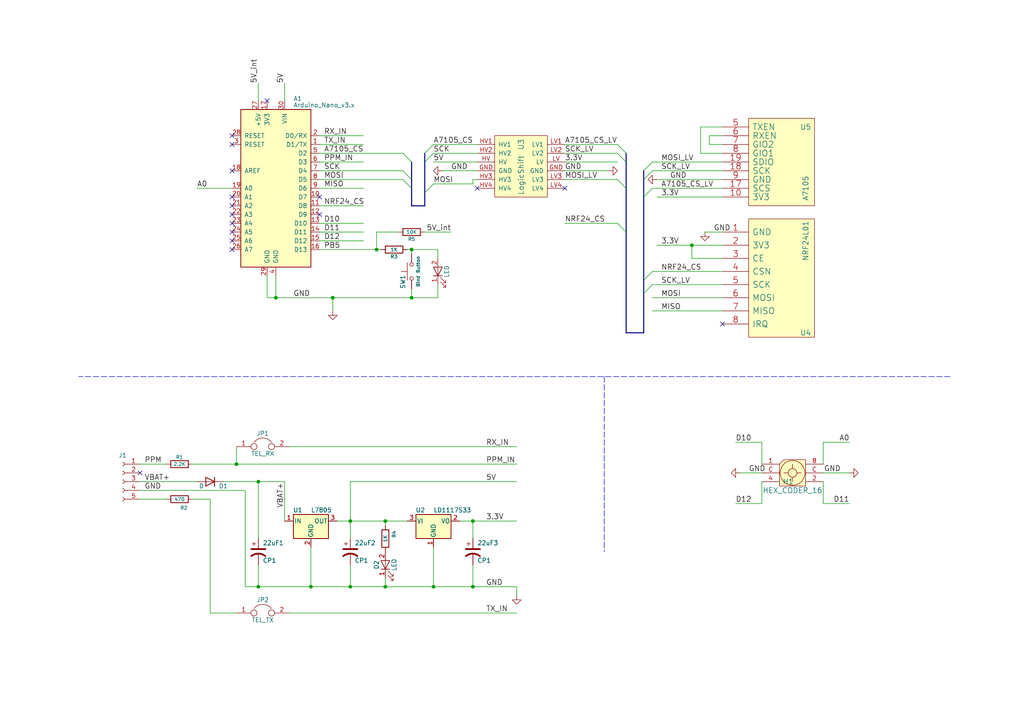
<source format=kicad_sch>
(kicad_sch (version 20211123) (generator eeschema)
  (paper "A4")
  (title_block (title "TheONETXModule") (date "2018-08-29") (rev "0.35") (company "wir-sind-die-matrix.de"))
  (lib_symbols
    (symbol "Device:D" (pin_numbers hide) (pin_names (offset 1.016) hide)
      (property "Reference" "D" (at 0 2.54 0))
      (property "Value" "D" (at 0 -2.54 0))
      (symbol "D_0_1"
        (polyline (pts (xy -1.27 1.27) (xy -1.27 -1.27)) (stroke (width 0.254)))
        (polyline (pts (xy 1.27 0) (xy -1.27 0)))
        (polyline (pts (xy 1.27 1.27) (xy 1.27 -1.27) (xy -1.27 0) (xy 1.27 1.27)) (stroke (width 0.254)))
      )
      (symbol "D_1_1"
        (pin passive line (at -3.81 0 0) (length 2.54) (name "K") (number "1"))
        (pin passive line (at 3.81 0 180) (length 2.54) (name "A") (number "2"))
      )
    )
    (symbol "TheONETXModule-rescue:A7105" (pin_names (offset 1.016))
      (property "Reference" "U" (at 7.62 -11.43 0))
      (property "Value" "A7105" (at 5.08 8.89 0))
      (symbol "A7105_0_1"
        (rectangle (start 10.16 -13.97) (end -8.89 11.43) (fill (type background)))
      )
      (symbol "A7105_1_1"
        (pin input line (at -16.51 8.89 0) (length 7.62) (name "3V3") (number "10"))
        (pin input line (at -16.51 6.35 0) (length 7.62) (name "SCS") (number "17"))
        (pin input line (at -16.51 1.27 0) (length 7.62) (name "SCK") (number "18"))
        (pin input line (at -16.51 -1.27 0) (length 7.62) (name "SDIO") (number "19"))
        (pin output line (at -16.51 -11.43 0) (length 7.62) (name "TXEN") (number "5"))
        (pin input line (at -16.51 -8.89 0) (length 7.62) (name "RXEN") (number "6"))
        (pin output line (at -16.51 -6.35 0) (length 7.62) (name "GIO2") (number "7"))
        (pin input line (at -16.51 -3.81 0) (length 7.62) (name "GIO1") (number "8"))
        (pin input line (at -16.51 3.81 0) (length 7.62) (name "GND") (number "9"))
      )
    )
    (symbol "TheONETXModule-rescue:Arduino_Nano_v3.x-modules" (pin_names (offset 1.016))
      (property "Reference" "A" (at -5.08 26.035 0))
      (property "Value" "Arduino_Nano_v3.x-modules" (at -5.08 24.13 0))
      (symbol "Arduino_Nano_v3.x-modules_0_1"
        (rectangle (start -10.16 22.86) (end 10.16 -22.86) (stroke (width 0.254)) (fill (type background)))
      )
      (symbol "Arduino_Nano_v3.x-modules_1_1"
        (pin bidirectional line (at -12.7 12.7 0) (length 2.54) (name "D1/TX") (number "1"))
        (pin bidirectional line (at -12.7 -2.54 0) (length 2.54) (name "D7") (number "10"))
        (pin bidirectional line (at -12.7 -5.08 0) (length 2.54) (name "D8") (number "11"))
        (pin bidirectional line (at -12.7 -7.62 0) (length 2.54) (name "D9") (number "12"))
        (pin bidirectional line (at -12.7 -10.16 0) (length 2.54) (name "D10") (number "13"))
        (pin bidirectional line (at -12.7 -12.7 0) (length 2.54) (name "D11") (number "14"))
        (pin bidirectional line (at -12.7 -15.24 0) (length 2.54) (name "D12") (number "15"))
        (pin bidirectional line (at -12.7 -17.78 0) (length 2.54) (name "D13") (number "16"))
        (pin power_out line (at 2.54 25.4 270) (length 2.54) (name "3V3") (number "17"))
        (pin input line (at 12.7 5.08 180) (length 2.54) (name "AREF") (number "18"))
        (pin bidirectional line (at 12.7 0 180) (length 2.54) (name "A0") (number "19"))
        (pin bidirectional line (at -12.7 15.24 0) (length 2.54) (name "D0/RX") (number "2"))
        (pin bidirectional line (at 12.7 -2.54 180) (length 2.54) (name "A1") (number "20"))
        (pin bidirectional line (at 12.7 -5.08 180) (length 2.54) (name "A2") (number "21"))
        (pin bidirectional line (at 12.7 -7.62 180) (length 2.54) (name "A3") (number "22"))
        (pin bidirectional line (at 12.7 -10.16 180) (length 2.54) (name "A4") (number "23"))
        (pin bidirectional line (at 12.7 -12.7 180) (length 2.54) (name "A5") (number "24"))
        (pin bidirectional line (at 12.7 -15.24 180) (length 2.54) (name "A6") (number "25"))
        (pin bidirectional line (at 12.7 -17.78 180) (length 2.54) (name "A7") (number "26"))
        (pin power_out line (at 5.08 25.4 270) (length 2.54) (name "+5V") (number "27"))
        (pin input line (at 12.7 15.24 180) (length 2.54) (name "RESET") (number "28"))
        (pin power_in line (at 2.54 -25.4 90) (length 2.54) (name "GND") (number "29"))
        (pin input line (at 12.7 12.7 180) (length 2.54) (name "RESET") (number "3"))
        (pin power_in line (at -2.54 25.4 270) (length 2.54) (name "VIN") (number "30"))
        (pin power_in line (at 0 -25.4 90) (length 2.54) (name "GND") (number "4"))
        (pin bidirectional line (at -12.7 10.16 0) (length 2.54) (name "D2") (number "5"))
        (pin bidirectional line (at -12.7 7.62 0) (length 2.54) (name "D3") (number "6"))
        (pin bidirectional line (at -12.7 5.08 0) (length 2.54) (name "D4") (number "7"))
        (pin bidirectional line (at -12.7 2.54 0) (length 2.54) (name "D5") (number "8"))
        (pin bidirectional line (at -12.7 0 0) (length 2.54) (name "D6") (number "9"))
      )
    )
    (symbol "TheONETXModule-rescue:CP1-RESCUE-TheONETXModule" (pin_numbers hide) (pin_names (offset 0.254) hide)
      (property "Reference" "C" (at 0.635 2.54 0))
      (property "Value" "CP1-RESCUE-TheONETXModule" (at 0.635 -2.54 0))
      (symbol "CP1-RESCUE-TheONETXModule_0_1"
        (polyline (pts (xy -2.032 0.762) (xy 2.032 0.762)) (stroke (width 0.508)))
        (polyline (pts (xy -1.778 2.286) (xy -0.762 2.286)))
        (polyline (pts (xy -1.27 1.778) (xy -1.27 2.794)))
        (arc (start 2.032 -1.27) (mid 0 -0.5572) (end -2.032 -1.27) (stroke (width 0.508)))
      )
      (symbol "CP1-RESCUE-TheONETXModule_1_1"
        (pin passive line (at 0 3.81 270) (length 2.794) (name "~") (number "1"))
        (pin passive line (at 0 -3.81 90) (length 3.302) (name "~") (number "2"))
      )
    )
    (symbol "TheONETXModule-rescue:GND-RESCUE-TheONETXModule" (power) (pin_names (offset 0))
      (symbol "GND-RESCUE-TheONETXModule_0_1"
        (polyline (pts (xy 0 0) (xy 0 -1.27) (xy 1.27 -1.27) (xy 0 -2.54) (xy -1.27 -1.27) (xy 0 -1.27)))
      )
      (symbol "GND-RESCUE-TheONETXModule_1_1"
        (pin power_in line (at 0 0 270) (length 0) hide (name "GND") (number "1"))
      )
    )
    (symbol "TheONETXModule-rescue:Jumper-Device" (pin_names (offset 0.762) hide)
      (property "Reference" "JP" (at 0 3.81 0))
      (property "Value" "Jumper-Device" (at 0 -2.032 0))
      (symbol "Jumper-Device_0_1"
        (circle (center -2.54 0) (radius 0.889))
        (arc (start 2.5146 1.27) (mid 0.0078 2.5097) (end -2.4892 1.27))
        (circle (center 2.54 0) (radius 0.889))
        (pin passive line (at -7.62 0 0) (length 4.191) (name "1") (number "1"))
        (pin passive line (at 7.62 0 180) (length 4.191) (name "2") (number "2"))
      )
    )
    (symbol "TheONETXModule-rescue:LED-RESCUE-TheONETXModule" (pin_names (offset 1.016) hide)
      (property "Reference" "D" (at 0 2.54 0))
      (property "Value" "LED-RESCUE-TheONETXModule" (at 0 -2.54 0))
      (symbol "LED-RESCUE-TheONETXModule_0_1"
        (polyline (pts (xy -1.27 -1.27) (xy -1.27 1.27)) (stroke (width 0.2032)))
        (polyline (pts (xy -1.27 0) (xy 1.27 0)))
        (polyline (pts (xy 1.27 -1.27) (xy 1.27 1.27) (xy -1.27 0) (xy 1.27 -1.27)) (stroke (width 0.2032)))
        (polyline (pts (xy -3.048 -0.762) (xy -4.572 -2.286) (xy -3.81 -2.286) (xy -4.572 -2.286) (xy -4.572 -1.524)))
        (polyline (pts (xy -1.778 -0.762) (xy -3.302 -2.286) (xy -2.54 -2.286) (xy -3.302 -2.286) (xy -3.302 -1.524)))
      )
      (symbol "LED-RESCUE-TheONETXModule_1_1"
        (pin passive line (at -3.81 0 0) (length 2.54) (name "K") (number "1"))
        (pin passive line (at 3.81 0 180) (length 2.54) (name "A") (number "2"))
      )
    )
    (symbol "TheONETXModule-rescue:NRF24L01-RESCUE-TheONETXModule" (pin_names (offset 1.016))
      (property "Reference" "U" (at 12.7 16.51 0))
      (property "Value" "NRF24L01-RESCUE-TheONETXModule" (at 0 20.32 0))
      (symbol "NRF24L01-RESCUE-TheONETXModule_0_1"
        (rectangle (start 10.16 -16.51) (end -8.89 17.78) (fill (type background)))
      )
      (symbol "NRF24L01-RESCUE-TheONETXModule_1_1"
        (pin input line (at -16.51 13.97 0) (length 7.62) (name "GND") (number "1"))
        (pin input line (at -16.51 10.16 0) (length 7.62) (name "3V3") (number "2"))
        (pin input line (at -16.51 6.35 0) (length 7.62) (name "CE") (number "3"))
        (pin input line (at -16.51 2.54 0) (length 7.62) (name "CSN") (number "4"))
        (pin input line (at -16.51 -1.27 0) (length 7.62) (name "SCK") (number "5"))
        (pin input line (at -16.51 -5.08 0) (length 7.62) (name "MOSI") (number "6"))
        (pin input line (at -16.51 -8.89 0) (length 7.62) (name "MISO") (number "7"))
        (pin bidirectional line (at -16.51 -12.7 0) (length 7.62) (name "IRQ") (number "8"))
      )
    )
    (symbol "TheONETXModule-rescue:R-RESCUE-TheONETXModule" (pin_numbers hide) (pin_names (offset 0))
      (property "Reference" "R" (at 2.032 0 90))
      (property "Value" "R-RESCUE-TheONETXModule" (at 0 0 90))
      (symbol "R-RESCUE-TheONETXModule_0_1"
        (rectangle (start -1.016 -2.54) (end 1.016 2.54) (stroke (width 0.254)))
      )
      (symbol "R-RESCUE-TheONETXModule_1_1"
        (pin passive line (at 0 3.81 270) (length 1.27) (name "~") (number "1"))
        (pin passive line (at 0 -3.81 90) (length 1.27) (name "~") (number "2"))
      )
    )
    (symbol "TheONETXModule-rescue:SW_Push-switches" (pin_numbers hide) (pin_names (offset 1.016) hide)
      (property "Reference" "SW" (at 1.27 2.54 0))
      (property "Value" "SW_Push-switches" (at 0 -1.524 0))
      (symbol "SW_Push-switches_0_1"
        (circle (center -2.032 0) (radius 0.508))
        (polyline (pts (xy 0 1.27) (xy 0 3.048)))
        (polyline (pts (xy 2.54 1.27) (xy -2.54 1.27)))
        (circle (center 2.032 0) (radius 0.508))
        (pin passive line (at -5.08 0 0) (length 2.54) (name "1") (number "1"))
        (pin passive line (at 5.08 0 180) (length 2.54) (name "2") (number "2"))
      )
    )
    (symbol "TheONETXParts:Conn_01x05_Female" (pin_names (offset 1.016) hide)
      (property "Reference" "J" (at 0 7.62 0))
      (property "Value" "Conn_01x05_Female" (at 0 -7.62 0))
      (symbol "Conn_01x05_Female_1_1"
        (arc (start 0 -4.572) (mid -0.508 -5.08) (end 0 -5.588) (stroke (width 0.1524)))
        (arc (start 0 -2.032) (mid -0.508 -2.54) (end 0 -3.048) (stroke (width 0.1524)))
        (polyline (pts (xy -1.27 -5.08) (xy -0.508 -5.08)) (stroke (width 0.1524)))
        (polyline (pts (xy -1.27 -2.54) (xy -0.508 -2.54)) (stroke (width 0.1524)))
        (polyline (pts (xy -1.27 0) (xy -0.508 0)) (stroke (width 0.1524)))
        (polyline (pts (xy -1.27 2.54) (xy -0.508 2.54)) (stroke (width 0.1524)))
        (polyline (pts (xy -1.27 5.08) (xy -0.508 5.08)) (stroke (width 0.1524)))
        (arc (start 0 0.508) (mid -0.508 0) (end 0 -0.508) (stroke (width 0.1524)))
        (arc (start 0 3.048) (mid -0.508 2.54) (end 0 2.032) (stroke (width 0.1524)))
        (arc (start 0 5.588) (mid -0.508 5.08) (end 0 4.572) (stroke (width 0.1524)))
        (pin bidirectional line (at -5.08 5.08 0) (length 3.81) (name "Pin_1") (number "1"))
        (pin unspecified line (at -5.08 2.54 0) (length 3.81) (name "Pin_2") (number "2"))
        (pin input line (at -5.08 0 0) (length 3.81) (name "Pin_3") (number "3"))
        (pin output line (at -5.08 -2.54 0) (length 3.81) (name "Pin_4") (number "4"))
        (pin bidirectional line (at -5.08 -5.08 0) (length 3.81) (name "Pin_5") (number "5"))
      )
    )
    (symbol "TheONETXParts:HEX_CODER_16" (pin_names (offset 1.016))
      (property "Value" "HEX_CODER_16" (at 0 -1.27 0))
      (symbol "HEX_CODER_16_0_1"
        (polyline (pts (xy -1.27 3.81) (xy -2.54 3.81)))
        (polyline (pts (xy 0 2.54) (xy 0 1.27)))
        (polyline (pts (xy 0 6.35) (xy 0 5.08)))
        (polyline (pts (xy 1.27 3.81) (xy 2.54 3.81)))
        (polyline (pts (xy -2.54 7.62) (xy -3.81 6.35) (xy -3.81 0) (xy 3.81 0) (xy 3.81 7.62) (xy -2.54 7.62)) (fill (type background)))
        (circle (center 0 3.81) (radius 1.27))
        (circle (center 0 3.81) (radius 3.5814))
      )
      (symbol "HEX_CODER_16_1_1"
        (pin bidirectional line (at -8.89 6.35 0) (length 5.08) (name "~") (number "1"))
        (pin bidirectional line (at 8.89 1.27 180) (length 5.08) (name "~") (number "2"))
        (pin bidirectional line (at -8.89 1.27 0) (length 5.08) (name "~") (number "4"))
        (pin bidirectional line (at 8.89 6.35 180) (length 5.08) (name "~") (number "8"))
        (pin power_in line (at -8.89 3.81 0) (length 5.08) (name "~") (number "C"))
        (pin power_in line (at 8.89 3.81 180) (length 5.08) (name "~") (number "C"))
      )
    )
    (symbol "TheONETXParts:L7805" (pin_names (offset 0.254))
      (property "Reference" "U" (at -3.81 3.175 0))
      (property "Value" "L7805" (at 0 3.175 0))
      (symbol "L7805_0_1"
        (rectangle (start -5.08 1.905) (end 5.08 -5.08) (stroke (width 0.254)) (fill (type background)))
      )
      (symbol "L7805_1_1"
        (pin input line (at -7.62 0 0) (length 2.54) (name "IN") (number "1"))
        (pin power_out line (at 0 -7.62 90) (length 2.54) (name "GND") (number "2"))
        (pin power_out line (at 7.62 0 180) (length 2.54) (name "OUT") (number "3"))
      )
    )
    (symbol "TheONETXParts:LD1117S33TR_SOT223" (pin_names (offset 0.254))
      (property "Reference" "U" (at -3.81 3.175 0))
      (property "Value" "LD1117S33TR_SOT223" (at 0 3.175 0))
      (symbol "LD1117S33TR_SOT223_0_1"
        (rectangle (start -5.08 -5.08) (end 5.08 1.905) (stroke (width 0.254)) (fill (type background)))
      )
      (symbol "LD1117S33TR_SOT223_1_1"
        (pin power_in line (at 0 -7.62 90) (length 2.54) (name "GND") (number "1"))
        (pin power_in line (at 7.62 0 180) (length 2.54) (name "VO") (number "2"))
        (pin power_in line (at -7.62 0 0) (length 2.54) (name "VI") (number "3"))
      )
    )
    (symbol "TheONETXParts:LogicShift" (pin_names (offset 1.016))
      (property "Reference" "U" (at 6.35 0 0))
      (property "Value" "LogicShift" (at -2.54 0 0))
      (symbol "LogicShift_0_1"
        (rectangle (start -8.89 7.62) (end 8.89 -7.62) (fill (type background)))
      )
      (symbol "LogicShift_1_1"
        (pin power_out line (at -1.27 -12.7 90) (length 5.08) (name "GND") (number "GND"))
        (pin power_out line (at -1.27 12.7 270) (length 5.08) (name "GND") (number "GND"))
        (pin power_in line (at 1.27 12.7 270) (length 5.08) (name "HV") (number "HV"))
        (pin bidirectional line (at 6.35 12.7 270) (length 5.08) (name "HV1") (number "HV1"))
        (pin bidirectional line (at 3.81 12.7 270) (length 5.08) (name "HV2") (number "HV2"))
        (pin bidirectional line (at -3.81 12.7 270) (length 5.08) (name "HV3") (number "HV3"))
        (pin bidirectional line (at -6.35 12.7 270) (length 5.08) (name "HV4") (number "HV4"))
        (pin power_in line (at 1.27 -12.7 90) (length 5.08) (name "LV") (number "LV"))
        (pin bidirectional line (at 6.35 -12.7 90) (length 5.08) (name "LV1") (number "LV1"))
        (pin bidirectional line (at 3.81 -12.7 90) (length 5.08) (name "LV2") (number "LV2"))
        (pin bidirectional line (at -3.81 -12.7 90) (length 5.08) (name "LV3") (number "LV3"))
        (pin bidirectional line (at -6.35 -12.7 90) (length 5.08) (name "LV4") (number "LV4"))
      )
    )
  )
  (junction (at 137.16 170.18))
  (junction (at 80.01 86.36))
  (junction (at 101.6 151.13))
  (junction (at 101.6 170.18))
  (junction (at 68.58 134.62))
  (junction (at 109.22 72.39))
  (junction (at 111.76 170.18))
  (junction (at 90.17 170.18))
  (junction (at 200.66 71.12))
  (junction (at 119.38 86.36))
  (junction (at 111.76 151.13))
  (junction (at 125.73 170.18))
  (junction (at 74.93 170.18))
  (junction (at 96.52 86.36))
  (junction (at 119.38 72.39))
  (junction (at 137.16 151.13))
  (junction (at 74.93 139.7))
  (no_connect (at 67.31 67.31))
  (no_connect (at 92.71 57.15))
  (no_connect (at 67.31 69.85))
  (no_connect (at 67.31 72.39))
  (no_connect (at 67.31 41.91))
  (no_connect (at 163.83 54.61))
  (no_connect (at 67.31 39.37))
  (no_connect (at 92.71 62.23))
  (no_connect (at 209.55 93.98))
  (no_connect (at 67.31 57.15))
  (no_connect (at 77.47 29.21))
  (no_connect (at 67.31 62.23))
  (no_connect (at 67.31 49.53))
  (no_connect (at 138.43 54.61))
  (no_connect (at 67.31 59.69))
  (no_connect (at 67.31 64.77))
  (no_connect (at 40.64 137.16))
  (bus_entry (at 123.19 55.88) (size 2.54 -2.54))
  (bus_entry (at 179.07 64.77) (size 2.54 2.54))
  (bus_entry (at 186.69 49.53) (size 2.54 -2.54))
  (bus_entry (at 186.69 52.07) (size 2.54 -2.54))
  (bus_entry (at 186.69 57.15) (size 2.54 -2.54))
  (bus_entry (at 179.07 44.45) (size 2.54 2.54))
  (bus_entry (at 179.07 41.91) (size 2.54 2.54))
  (bus_entry (at 123.19 46.99) (size 2.54 -2.54))
  (bus_entry (at 186.69 85.09) (size 2.54 -2.54))
  (bus_entry (at 186.69 81.28) (size 2.54 -2.54))
  (bus_entry (at 179.07 52.07) (size 2.54 2.54))
  (bus_entry (at 116.84 44.45) (size 2.54 2.54))
  (bus_entry (at 116.84 52.07) (size 2.54 2.54))
  (bus_entry (at 116.84 49.53) (size 2.54 2.54))
  (bus_entry (at 123.19 44.45) (size 2.54 -2.54))
  (wire (pts (xy 125.73 170.18) (xy 137.16 170.18)))
  (wire (pts (xy 238.76 146.05) (xy 238.76 139.7)))
  (wire (pts (xy 189.23 78.74) (xy 209.55 78.74)))
  (wire (pts (xy 101.6 170.18) (xy 111.76 170.18)))
  (wire (pts (xy 68.58 134.62) (xy 149.86 134.62)))
  (wire (pts (xy 57.15 139.7) (xy 40.64 139.7)))
  (wire (pts (xy 189.23 86.36) (xy 209.55 86.36)))
  (bus (pts (xy 123.19 46.99) (xy 123.19 55.88)))
  (bus (pts (xy 186.69 85.09) (xy 186.69 96.52)))
  (polyline (pts (xy 175.26 109.22) (xy 175.26 160.02)))
  (wire (pts (xy 119.38 72.39) (xy 119.38 73.66)))
  (wire (pts (xy 48.26 144.78) (xy 40.64 144.78)))
  (wire (pts (xy 119.38 72.39) (xy 127 72.39)))
  (wire (pts (xy 205.74 39.37) (xy 205.74 41.91)))
  (wire (pts (xy 111.76 151.13) (xy 111.76 152.4)))
  (wire (pts (xy 90.17 158.75) (xy 90.17 170.18)))
  (wire (pts (xy 74.93 139.7) (xy 74.93 156.21)))
  (wire (pts (xy 92.71 39.37) (xy 105.41 39.37)))
  (wire (pts (xy 238.76 128.27) (xy 238.76 134.62)))
  (wire (pts (xy 101.6 151.13) (xy 101.6 156.21)))
  (bus (pts (xy 181.61 54.61) (xy 181.61 67.31)))
  (bus (pts (xy 186.69 52.07) (xy 186.69 57.15)))
  (wire (pts (xy 92.71 54.61) (xy 105.41 54.61)))
  (wire (pts (xy 189.23 46.99) (xy 209.55 46.99)))
  (wire (pts (xy 137.16 151.13) (xy 149.86 151.13)))
  (bus (pts (xy 119.38 54.61) (xy 119.38 59.69)))
  (wire (pts (xy 82.55 24.13) (xy 82.55 29.21)))
  (bus (pts (xy 181.61 46.99) (xy 181.61 54.61)))
  (wire (pts (xy 109.22 67.31) (xy 109.22 72.39)))
  (wire (pts (xy 83.82 129.54) (xy 149.86 129.54)))
  (wire (pts (xy 190.5 52.07) (xy 209.55 52.07)))
  (wire (pts (xy 163.83 52.07) (xy 179.07 52.07)))
  (wire (pts (xy 214.63 137.16) (xy 220.98 137.16)))
  (wire (pts (xy 92.71 52.07) (xy 116.84 52.07)))
  (bus (pts (xy 186.69 57.15) (xy 186.69 81.28)))
  (wire (pts (xy 83.82 177.8) (xy 149.86 177.8)))
  (wire (pts (xy 109.22 72.39) (xy 110.49 72.39)))
  (wire (pts (xy 138.43 52.07) (xy 137.16 52.07)))
  (wire (pts (xy 200.66 71.12) (xy 209.55 71.12)))
  (wire (pts (xy 71.12 142.24) (xy 40.64 142.24)))
  (wire (pts (xy 149.86 139.7) (xy 101.6 139.7)))
  (wire (pts (xy 105.41 67.31) (xy 92.71 67.31)))
  (wire (pts (xy 96.52 86.36) (xy 119.38 86.36)))
  (wire (pts (xy 74.93 163.83) (xy 74.93 170.18)))
  (wire (pts (xy 163.83 49.53) (xy 176.53 49.53)))
  (wire (pts (xy 74.93 24.13) (xy 74.93 29.21)))
  (wire (pts (xy 80.01 80.01) (xy 80.01 86.36)))
  (wire (pts (xy 125.73 46.99) (xy 138.43 46.99)))
  (wire (pts (xy 71.12 170.18) (xy 71.12 142.24)))
  (wire (pts (xy 68.58 129.54) (xy 68.58 134.62)))
  (wire (pts (xy 189.23 54.61) (xy 209.55 54.61)))
  (wire (pts (xy 209.55 74.93) (xy 200.66 74.93)))
  (wire (pts (xy 137.16 52.07) (xy 137.16 53.34)))
  (wire (pts (xy 74.93 139.7) (xy 82.55 139.7)))
  (wire (pts (xy 209.55 39.37) (xy 205.74 39.37)))
  (wire (pts (xy 101.6 151.13) (xy 111.76 151.13)))
  (wire (pts (xy 82.55 139.7) (xy 82.55 151.13)))
  (bus (pts (xy 123.19 59.69) (xy 119.38 59.69)))
  (wire (pts (xy 64.77 139.7) (xy 74.93 139.7)))
  (wire (pts (xy 55.88 134.62) (xy 68.58 134.62)))
  (wire (pts (xy 48.26 134.62) (xy 40.64 134.62)))
  (bus (pts (xy 181.61 44.45) (xy 181.61 46.99)))
  (wire (pts (xy 137.16 163.83) (xy 137.16 170.18)))
  (bus (pts (xy 119.38 52.07) (xy 119.38 54.61)))
  (wire (pts (xy 204.47 67.31) (xy 209.55 67.31)))
  (wire (pts (xy 128.27 49.53) (xy 138.43 49.53)))
  (wire (pts (xy 220.98 146.05) (xy 213.36 146.05)))
  (wire (pts (xy 205.74 41.91) (xy 209.55 41.91)))
  (wire (pts (xy 149.86 170.18) (xy 149.86 172.72)))
  (wire (pts (xy 127 86.36) (xy 127 82.55)))
  (wire (pts (xy 203.2 44.45) (xy 209.55 44.45)))
  (wire (pts (xy 246.38 146.05) (xy 238.76 146.05)))
  (wire (pts (xy 137.16 53.34) (xy 125.73 53.34)))
  (wire (pts (xy 200.66 74.93) (xy 200.66 71.12)))
  (wire (pts (xy 220.98 139.7) (xy 220.98 146.05)))
  (wire (pts (xy 203.2 36.83) (xy 203.2 44.45)))
  (wire (pts (xy 137.16 170.18) (xy 149.86 170.18)))
  (bus (pts (xy 186.69 49.53) (xy 186.69 52.07)))
  (wire (pts (xy 220.98 128.27) (xy 220.98 134.62)))
  (wire (pts (xy 92.71 72.39) (xy 109.22 72.39)))
  (wire (pts (xy 246.38 128.27) (xy 238.76 128.27)))
  (wire (pts (xy 92.71 59.69) (xy 105.41 59.69)))
  (bus (pts (xy 181.61 67.31) (xy 181.61 96.52)))
  (wire (pts (xy 55.88 144.78) (xy 60.96 144.78)))
  (wire (pts (xy 118.11 72.39) (xy 119.38 72.39)))
  (wire (pts (xy 77.47 86.36) (xy 80.01 86.36)))
  (wire (pts (xy 119.38 83.82) (xy 119.38 86.36)))
  (wire (pts (xy 57.15 54.61) (xy 67.31 54.61)))
  (wire (pts (xy 92.71 49.53) (xy 116.84 49.53)))
  (polyline (pts (xy 275.59 109.22) (xy 22.86 109.22)))
  (wire (pts (xy 190.5 71.12) (xy 200.66 71.12)))
  (wire (pts (xy 71.12 170.18) (xy 74.93 170.18)))
  (wire (pts (xy 119.38 86.36) (xy 127 86.36)))
  (wire (pts (xy 213.36 128.27) (xy 220.98 128.27)))
  (wire (pts (xy 123.19 67.31) (xy 130.81 67.31)))
  (bus (pts (xy 123.19 44.45) (xy 123.19 46.99)))
  (bus (pts (xy 123.19 55.88) (xy 123.19 59.69)))
  (wire (pts (xy 111.76 167.64) (xy 111.76 170.18)))
  (wire (pts (xy 115.57 67.31) (xy 109.22 67.31)))
  (wire (pts (xy 127 72.39) (xy 127 74.93)))
  (wire (pts (xy 133.35 151.13) (xy 137.16 151.13)))
  (wire (pts (xy 111.76 151.13) (xy 118.11 151.13)))
  (wire (pts (xy 189.23 82.55) (xy 209.55 82.55)))
  (wire (pts (xy 92.71 46.99) (xy 105.41 46.99)))
  (wire (pts (xy 96.52 86.36) (xy 96.52 90.17)))
  (wire (pts (xy 111.76 170.18) (xy 125.73 170.18)))
  (wire (pts (xy 77.47 86.36) (xy 77.47 80.01)))
  (wire (pts (xy 60.96 177.8) (xy 68.58 177.8)))
  (bus (pts (xy 186.69 81.28) (xy 186.69 85.09)))
  (wire (pts (xy 137.16 151.13) (xy 137.16 156.21)))
  (wire (pts (xy 209.55 36.83) (xy 203.2 36.83)))
  (wire (pts (xy 179.07 64.77) (xy 163.83 64.77)))
  (wire (pts (xy 125.73 170.18) (xy 125.73 158.75)))
  (bus (pts (xy 181.61 96.52) (xy 186.69 96.52)))
  (wire (pts (xy 60.96 144.78) (xy 60.96 177.8)))
  (wire (pts (xy 90.17 170.18) (xy 101.6 170.18)))
  (wire (pts (xy 101.6 163.83) (xy 101.6 170.18)))
  (wire (pts (xy 179.07 46.99) (xy 163.83 46.99)))
  (wire (pts (xy 97.79 151.13) (xy 101.6 151.13)))
  (wire (pts (xy 74.93 170.18) (xy 90.17 170.18)))
  (bus (pts (xy 119.38 46.99) (xy 119.38 52.07)))
  (wire (pts (xy 125.73 41.91) (xy 138.43 41.91)))
  (wire (pts (xy 105.41 41.91) (xy 92.71 41.91)))
  (wire (pts (xy 209.55 57.15) (xy 190.5 57.15)))
  (wire (pts (xy 179.07 41.91) (xy 163.83 41.91)))
  (wire (pts (xy 246.38 137.16) (xy 238.76 137.16)))
  (wire (pts (xy 92.71 44.45) (xy 116.84 44.45)))
  (wire (pts (xy 92.71 69.85) (xy 105.41 69.85)))
  (wire (pts (xy 138.43 44.45) (xy 125.73 44.45)))
  (wire (pts (xy 189.23 49.53) (xy 209.55 49.53)))
  (wire (pts (xy 163.83 44.45) (xy 179.07 44.45)))
  (wire (pts (xy 101.6 139.7) (xy 101.6 151.13)))
  (wire (pts (xy 189.23 90.17) (xy 209.55 90.17)))
  (wire (pts (xy 80.01 86.36) (xy 96.52 86.36)))
  (wire (pts (xy 92.71 64.77) (xy 105.41 64.77)))
  (label "GND" (at 194.31 52.07 0) (effects (font (size 1.524 1.524))))
  (label "5V" (at 140.97 139.7 0) (effects (font (size 1.524 1.524))))
  (label "3.3V" (at 140.97 151.13 0) (effects (font (size 1.524 1.524))))
  (label "D12" (at 213.36 146.05 0) (effects (font (size 1.524 1.524))))
  (label "SCK_LV" (at 191.77 49.53 0) (effects (font (size 1.524 1.524))))
  (label "3.3V" (at 191.77 71.12 0) (effects (font (size 1.524 1.524))))
  (label "D10" (at 93.98 64.77 0) (effects (font (size 1.524 1.524))))
  (label "GND" (at 85.09 86.36 0) (effects (font (size 1.524 1.524))))
  (label "PB5" (at 93.98 72.39 0) (effects (font (size 1.524 1.524))))
  (label "GND" (at 140.97 170.18 0) (effects (font (size 1.524 1.524))))
  (label "SCK" (at 125.73 44.45 0) (effects (font (size 1.524 1.524))))
  (label "A0" (at 246.38 128.27 180) (effects (font (size 1.524 1.524))))
  (label "TX_IN" (at 93.98 41.91 0) (effects (font (size 1.524 1.524))))
  (label "PPM_IN" (at 93.98 46.99 0) (effects (font (size 1.524 1.524))))
  (label "GND" (at 130.81 49.53 0) (effects (font (size 1.524 1.524))))
  (label "MISO" (at 191.77 90.17 0) (effects (font (size 1.524 1.524))))
  (label "D11" (at 93.98 67.31 0) (effects (font (size 1.524 1.524))))
  (label "D10" (at 213.36 128.27 0) (effects (font (size 1.524 1.524))))
  (label "GND" (at 163.83 49.53 0) (effects (font (size 1.524 1.524))))
  (label "RX_IN" (at 140.97 129.54 0) (effects (font (size 1.524 1.524))))
  (label "GND" (at 41.91 142.24 0) (effects (font (size 1.524 1.524))))
  (label "GND" (at 217.17 137.16 0) (effects (font (size 1.524 1.524))))
  (label "A7105_CS" (at 93.98 44.45 0) (effects (font (size 1.524 1.524))))
  (label "3.3V" (at 191.77 57.15 0) (effects (font (size 1.524 1.524))))
  (label "5V" (at 125.73 46.99 0) (effects (font (size 1.524 1.524))))
  (label "A7105_CS" (at 125.73 41.91 0) (effects (font (size 1.524 1.524))))
  (label "NRF24_CS" (at 191.77 78.74 0) (effects (font (size 1.524 1.524))))
  (label "D12" (at 93.98 69.85 0) (effects (font (size 1.524 1.524))))
  (label "MOSI_LV" (at 191.77 46.99 0) (effects (font (size 1.524 1.524))))
  (label "GND" (at 243.84 137.16 180) (effects (font (size 1.524 1.524))))
  (label "3.3V" (at 163.83 46.99 0) (effects (font (size 1.524 1.524))))
  (label "NRF24_CS" (at 163.83 64.77 0) (effects (font (size 1.524 1.524))))
  (label "MOSI" (at 93.98 52.07 0) (effects (font (size 1.524 1.524))))
  (label "MOSI_LV" (at 163.83 52.07 0) (effects (font (size 1.524 1.524))))
  (label "NRF24_CS" (at 93.98 59.69 0) (effects (font (size 1.524 1.524))))
  (label "A7105_CS_LV" (at 191.77 54.61 0) (effects (font (size 1.524 1.524))))
  (label "PPM_IN" (at 140.97 134.62 0) (effects (font (size 1.524 1.524))))
  (label "SCK_LV" (at 163.83 44.45 0) (effects (font (size 1.524 1.524))))
  (label "MOSI" (at 125.73 53.34 0) (effects (font (size 1.524 1.524))))
  (label "A7105_CS_LV" (at 163.83 41.91 0) (effects (font (size 1.524 1.524))))
  (label "5V" (at 82.55 24.13 90) (effects (font (size 1.524 1.524))))
  (label "5V_int" (at 74.93 24.13 90) (effects (font (size 1.524 1.524))))
  (label "PPM" (at 41.91 134.62 0) (effects (font (size 1.524 1.524))))
  (label "MOSI" (at 191.77 86.36 0) (effects (font (size 1.524 1.524))))
  (label "MISO" (at 93.98 54.61 0) (effects (font (size 1.524 1.524))))
  (label "VBAT+" (at 82.55 147.32 90) (effects (font (size 1.524 1.524))))
  (label "SCK_LV" (at 191.77 82.55 0) (effects (font (size 1.524 1.524))))
  (label "TX_IN" (at 140.97 177.8 0) (effects (font (size 1.524 1.524))))
  (label "D11" (at 246.38 146.05 180) (effects (font (size 1.524 1.524))))
  (label "A0" (at 57.15 54.61 0) (effects (font (size 1.524 1.524))))
  (label "VBAT+" (at 41.91 139.7 0) (effects (font (size 1.524 1.524))))
  (label "RX_IN" (at 93.98 39.37 0) (effects (font (size 1.524 1.524))))
  (label "5V_int" (at 130.81 67.31 180) (effects (font (size 1.524 1.524))))
  (label "SCK" (at 93.98 49.53 0) (effects (font (size 1.524 1.524))))
  (label "GND" (at 207.01 67.31 0) (effects (font (size 1.524 1.524))))
  (symbol (lib_id "TheONETXParts:Conn_01x05_Female") (at 35.56 139.7 0) (mirror y) (unit 1)
    (property "Reference" "J1" (at 35.56 132.08 0))
    (property "Value" "Conn_01x05_Female" (effects hide))
    (property "Footprint" "Pin_Headers:Pin_Header_Straight_1x05_Pitch2.54mm" (effects hide))
  )
  (symbol (lib_id "TheONETXModule-rescue:R-RESCUE-TheONETXModule") (at 52.07 134.62 90) (unit 1)
    (property "Reference" "R1" (at 52.07 132.588 90) (effects (font (size 1.016 1.016))))
    (property "Value" "2.2K" (at 52.07 134.62 90) (effects (font (size 1.016 1.016))))
    (property "Footprint" "Resistors_THT:R_Axial_DIN0204_L3.6mm_D1.6mm_P5.08mm_Horizontal" (effects hide))
  )
  (symbol (lib_id "TheONETXModule-rescue:CP1-RESCUE-TheONETXModule") (at 74.93 160.02 0) (unit 1)
    (property "Reference" "22uF1" (at 76.2 157.48 0) (effects (justify left)))
    (property "Value" "CP1" (at 76.2 162.56 0) (effects (justify left)))
    (property "Footprint" "Capacitors_THT:CP_Radial_D5.0mm_P2.50mm" (effects hide))
  )
  (symbol (lib_id "TheONETXModule-rescue:CP1-RESCUE-TheONETXModule") (at 101.6 160.02 0) (unit 1)
    (property "Reference" "22uF2" (at 102.87 157.48 0) (effects (justify left)))
    (property "Value" "CP1" (at 102.87 162.56 0) (effects (justify left)))
    (property "Footprint" "Capacitors_THT:CP_Radial_D5.0mm_P2.50mm" (effects hide))
  )
  (symbol (lib_id "TheONETXModule-rescue:CP1-RESCUE-TheONETXModule") (at 137.16 160.02 0) (unit 1)
    (property "Reference" "22uF3" (at 138.43 157.48 0) (effects (justify left)))
    (property "Value" "CP1" (at 138.43 162.56 0) (effects (justify left)))
    (property "Footprint" "Capacitors_THT:CP_Radial_D5.0mm_P2.50mm" (effects hide))
  )
  (symbol (lib_id "TheONETXModule-rescue:LED-RESCUE-TheONETXModule") (at 111.76 163.83 90) (unit 1)
    (property "Reference" "D2" (at 109.22 163.83 0))
    (property "Value" "LED" (at 114.3 163.83 0))
    (property "Footprint" "LEDs:LED_D3.0mm" (effects hide))
  )
  (symbol (lib_id "TheONETXModule-rescue:NRF24L01-RESCUE-TheONETXModule") (at 226.06 81.28 0) (unit 1)
    (property "Reference" "U4" (at 233.68 96.52 0) (effects (font (size 1.524 1.524))))
    (property "Value" "NRF24L01" (at 233.68 69.85 90) (effects (font (size 1.524 1.524))))
    (property "Footprint" "customs:NRF24L01_PA" (effects hide))
  )
  (symbol (lib_id "TheONETXModule-rescue:GND-RESCUE-TheONETXModule") (at 204.47 67.31 0) (unit 1)
    (property "Reference" "#PWR06" (effects hide))
    (property "Value" "GND" (effects hide))
  )
  (symbol (lib_id "TheONETXModule-rescue:SW_Push-switches") (at 119.38 78.74 90) (unit 1)
    (property "Reference" "SW1" (at 116.84 83.82 0) (effects (justify left)))
    (property "Value" "Bind Button" (at 121.285 78.74 0) (effects (font (size 0.9906 0.9906))))
    (property "Footprint" "Buttons_Switches_THT:SW_PUSH_6mm" (effects hide))
  )
  (symbol (lib_id "TheONETXModule-rescue:R-RESCUE-TheONETXModule") (at 114.3 72.39 270) (unit 1)
    (property "Reference" "R3" (at 114.3 74.422 90) (effects (font (size 1.016 1.016))))
    (property "Value" "1K" (at 114.3 72.39 90) (effects (font (size 1.016 1.016))))
    (property "Footprint" "Resistors_THT:R_Axial_DIN0204_L3.6mm_D1.6mm_P5.08mm_Horizontal" (effects hide))
  )
  (symbol (lib_id "TheONETXModule-rescue:GND-RESCUE-TheONETXModule") (at 149.86 172.72 0) (unit 1)
    (property "Reference" "#PWR03" (effects hide))
    (property "Value" "GND" (effects hide))
  )
  (symbol (lib_id "TheONETXParts:LogicShift") (at 151.13 48.26 90) (unit 1)
    (property "Reference" "U3" (at 151.13 41.91 0) (effects (font (size 1.524 1.524))))
    (property "Value" "LogicShift" (at 151.13 50.8 0) (effects (font (size 1.524 1.524))))
    (property "Footprint" "customs:4Ch-LogicShift" (effects hide))
  )
  (symbol (lib_id "TheONETXModule-rescue:GND-RESCUE-TheONETXModule") (at 128.27 49.53 270) (unit 1)
    (property "Reference" "#PWR02" (effects hide))
    (property "Value" "GND" (effects hide))
  )
  (symbol (lib_id "TheONETXModule-rescue:GND-RESCUE-TheONETXModule") (at 176.53 49.53 90) (unit 1)
    (property "Reference" "#PWR04" (effects hide))
    (property "Value" "GND" (effects hide))
  )
  (symbol (lib_id "TheONETXModule-rescue:GND-RESCUE-TheONETXModule") (at 246.38 137.16 90) (unit 1)
    (property "Reference" "#PWR08" (effects hide))
    (property "Value" "GND" (effects hide))
  )
  (symbol (lib_id "TheONETXModule-rescue:LED-RESCUE-TheONETXModule") (at 127 78.74 90) (unit 1)
    (property "Reference" "D3" (effects hide))
    (property "Value" "LED" (at 129.54 78.74 0))
    (property "Footprint" "LEDs:LED_D3.0mm" (effects hide))
  )
  (symbol (lib_id "TheONETXModule-rescue:GND-RESCUE-TheONETXModule") (at 96.52 90.17 0) (unit 1)
    (property "Reference" "#PWR01" (effects hide))
    (property "Value" "GND" (effects hide))
  )
  (symbol (lib_id "TheONETXModule-rescue:GND-RESCUE-TheONETXModule") (at 214.63 137.16 270) (unit 1)
    (property "Reference" "#PWR07" (effects hide))
    (property "Value" "GND" (effects hide))
  )
  (symbol (lib_id "TheONETXModule-rescue:Arduino_Nano_v3.x-modules") (at 80.01 54.61 0) (mirror y) (unit 1)
    (property "Reference" "A1" (at 85.09 28.575 0) (effects (justify right)))
    (property "Value" "Arduino_Nano_v3.x" (at 85.09 30.48 0) (effects (justify right)))
    (property "Footprint" "Modules:Arduino_Nano_WithMountingHoles" (effects hide))
  )
  (symbol (lib_id "TheONETXParts:HEX_CODER_16") (at 229.87 140.97 0) (unit 1)
    (property "Reference" "H1" (at 228.6 139.7 0) (effects (font (size 1.524 1.524))))
    (property "Value" "HEX_CODER_16" (at 229.87 142.24 0) (effects (font (size 1.524 1.524))))
    (property "Footprint" "customs:HEX_ENCODER_16" (effects hide))
  )
  (symbol (lib_id "TheONETXParts:LD1117S33TR_SOT223") (at 125.73 151.13 0) (unit 1)
    (property "Reference" "U2" (at 121.92 147.955 0))
    (property "Value" "LD1117S33" (at 125.73 147.955 0) (effects (justify left)))
    (property "Footprint" "TO_SOT_Packages_SMD:SOT-223" (effects hide))
  )
  (symbol (lib_id "TheONETXParts:L7805") (at 90.17 151.13 0) (unit 1)
    (property "Reference" "U1" (at 86.36 147.955 0))
    (property "Value" "L7805" (at 90.17 147.955 0) (effects (justify left)))
    (property "Footprint" "TO_SOT_Packages_SMD:SOT-223" (effects hide))
  )
  (symbol (lib_id "TheONETXModule-rescue:R-RESCUE-TheONETXModule") (at 52.07 144.78 90) (unit 1)
    (property "Reference" "R2" (at 53.34 147.32 90) (effects (font (size 1.016 1.016))))
    (property "Value" "470" (at 52.07 144.78 90) (effects (font (size 1.016 1.016))))
    (property "Footprint" "Resistors_THT:R_Axial_DIN0204_L3.6mm_D1.6mm_P5.08mm_Horizontal" (effects hide))
  )
  (symbol (lib_id "TheONETXModule-rescue:Jumper-Device") (at 76.2 129.54 0) (unit 1)
    (property "Reference" "JP1" (at 76.2 125.73 0))
    (property "Value" "TEL_RX" (at 76.2 131.572 0))
    (property "Footprint" "customs:Jumper_SMD" (effects hide))
  )
  (symbol (lib_id "TheONETXModule-rescue:Jumper-Device") (at 76.2 177.8 0) (unit 1)
    (property "Reference" "JP2" (at 76.2 173.99 0))
    (property "Value" "TEL_TX" (at 76.2 179.832 0))
    (property "Footprint" "customs:Jumper_SMD" (effects hide))
  )
  (symbol (lib_id "TheONETXModule-rescue:R-RESCUE-TheONETXModule") (at 111.76 156.21 0) (unit 1)
    (property "Reference" "R4" (at 114.3 154.94 90) (effects (font (size 1.016 1.016))))
    (property "Value" "1K" (at 111.76 156.21 90) (effects (font (size 1.016 1.016))))
    (property "Footprint" "Resistors_THT:R_Axial_DIN0204_L3.6mm_D1.6mm_P5.08mm_Horizontal" (effects hide))
  )
  (symbol (lib_id "Device:D") (at 60.96 139.7 180) (unit 1)
    (property "Reference" "D1" (at 64.77 140.97 0))
    (property "Value" "D" (at 58.42 140.97 0))
    (property "Footprint" "Diodes_THT:D_5W_P10.16mm_Horizontal" (effects hide))
  )
  (symbol (lib_id "TheONETXModule-rescue:R-RESCUE-TheONETXModule") (at 119.38 67.31 270) (unit 1)
    (property "Reference" "R5" (at 119.38 69.342 90) (effects (font (size 1.016 1.016))))
    (property "Value" "10K" (at 119.38 67.31 90) (effects (font (size 1.016 1.016))))
    (property "Footprint" "Resistors_THT:R_Axial_DIN0204_L3.6mm_D1.6mm_P5.08mm_Horizontal" (effects hide))
  )
  (symbol (lib_id "TheONETXModule-rescue:A7105") (at 226.06 48.26 0) (mirror x) (unit 1)
    (property "Reference" "U5" (at 233.68 36.83 0) (effects (font (size 1.524 1.524))))
    (property "Value" "A7105" (at 233.68 54.61 90) (effects (font (size 1.524 1.524))))
    (property "Footprint" "customs:A7106" (effects hide))
  )
  (symbol (lib_id "TheONETXModule-rescue:GND-RESCUE-TheONETXModule") (at 190.5 52.07 270) (unit 1)
    (property "Reference" "#PWR05" (effects hide))
    (property "Value" "GND" (effects hide))
  )
)
</source>
